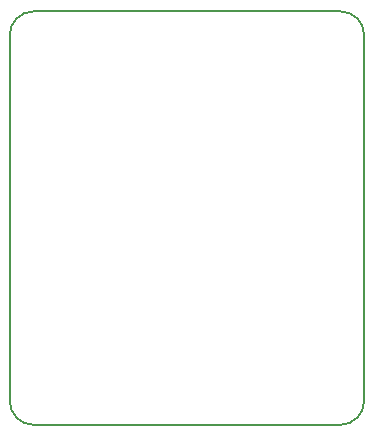
<source format=gbr>
G04 #@! TF.GenerationSoftware,KiCad,Pcbnew,5.1.6-c6e7f7d~86~ubuntu20.04.1*
G04 #@! TF.CreationDate,2020-05-17T16:04:05+03:00*
G04 #@! TF.ProjectId,GB-BRK-LINK-A,47422d42-524b-42d4-9c49-4e4b2d412e6b,v1.0*
G04 #@! TF.SameCoordinates,Original*
G04 #@! TF.FileFunction,Legend,Bot*
G04 #@! TF.FilePolarity,Positive*
%FSLAX46Y46*%
G04 Gerber Fmt 4.6, Leading zero omitted, Abs format (unit mm)*
G04 Created by KiCad (PCBNEW 5.1.6-c6e7f7d~86~ubuntu20.04.1) date 2020-05-17 16:04:05*
%MOMM*%
%LPD*%
G01*
G04 APERTURE LIST*
G04 #@! TA.AperFunction,Profile*
%ADD10C,0.150000*%
G04 #@! TD*
G04 APERTURE END LIST*
D10*
X52000000Y-85000000D02*
G75*
G02*
X50000000Y-83000000I0J2000000D01*
G01*
X80000000Y-83000000D02*
G75*
G02*
X78000000Y-85000000I-2000000J0D01*
G01*
X78000000Y-50000000D02*
G75*
G02*
X80000000Y-52000000I0J-2000000D01*
G01*
X50000000Y-52000000D02*
G75*
G02*
X52000000Y-50000000I2000000J0D01*
G01*
X52000000Y-85000000D02*
X78000000Y-85000000D01*
X80000000Y-52000000D02*
X80000000Y-83000000D01*
X52000000Y-50000000D02*
X78000000Y-50000000D01*
X50000000Y-52000000D02*
X50000000Y-83000000D01*
M02*

</source>
